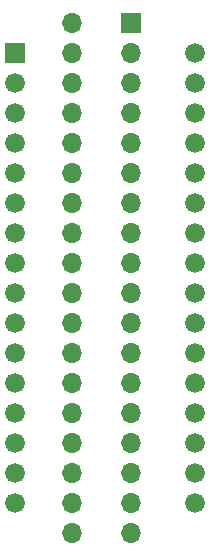
<source format=gbr>
%TF.GenerationSoftware,KiCad,Pcbnew,(6.0.7-1)-1*%
%TF.CreationDate,2023-01-02T14:41:07-08:00*%
%TF.ProjectId,QCard,51436172-642e-46b6-9963-61645f706362,rev?*%
%TF.SameCoordinates,Original*%
%TF.FileFunction,Soldermask,Top*%
%TF.FilePolarity,Negative*%
%FSLAX46Y46*%
G04 Gerber Fmt 4.6, Leading zero omitted, Abs format (unit mm)*
G04 Created by KiCad (PCBNEW (6.0.7-1)-1) date 2023-01-02 14:41:07*
%MOMM*%
%LPD*%
G01*
G04 APERTURE LIST*
%ADD10R,1.700000X1.700000*%
%ADD11O,1.700000X1.700000*%
%ADD12R,1.676400X1.676400*%
%ADD13C,1.676400*%
G04 APERTURE END LIST*
D10*
%TO.C,J1*%
X95750000Y-52925000D03*
D11*
X90750000Y-52925000D03*
X95750000Y-55465000D03*
X90750000Y-55465000D03*
X95750000Y-58005000D03*
X90750000Y-58005000D03*
X95750000Y-60545000D03*
X90750000Y-60545000D03*
X95750000Y-63085000D03*
X90750000Y-63085000D03*
X95750000Y-65625000D03*
X90750000Y-65625000D03*
X95750000Y-68165000D03*
X90750000Y-68165000D03*
X95750000Y-70705000D03*
X90750000Y-70705000D03*
X95750000Y-73245000D03*
X90750000Y-73245000D03*
X95750000Y-75785000D03*
X90750000Y-75785000D03*
X95750000Y-78325000D03*
X90750000Y-78325000D03*
X95750000Y-80865000D03*
X90750000Y-80865000D03*
X95750000Y-83405000D03*
X90750000Y-83405000D03*
X95750000Y-85945000D03*
X90750000Y-85945000D03*
X95750000Y-88485000D03*
X90750000Y-88485000D03*
X95750000Y-91025000D03*
X90750000Y-91025000D03*
X95750000Y-93565000D03*
X90750000Y-93565000D03*
X95750000Y-96105000D03*
X90750000Y-96105000D03*
%TD*%
D12*
%TO.C,U1*%
X85880000Y-55450000D03*
D13*
X85880000Y-57990000D03*
X85880000Y-60530000D03*
X85880000Y-63070000D03*
X85880000Y-65610000D03*
X85880000Y-68150000D03*
X85880000Y-70690000D03*
X85880000Y-73230000D03*
X85880000Y-75770000D03*
X85880000Y-78310000D03*
X85880000Y-80850000D03*
X85880000Y-83390000D03*
X85880000Y-85930000D03*
X85880000Y-88470000D03*
X85880000Y-91010000D03*
X85880000Y-93550000D03*
X101120000Y-93550000D03*
X101120000Y-91010000D03*
X101120000Y-88470000D03*
X101120000Y-85930000D03*
X101120000Y-83390000D03*
X101120000Y-80850000D03*
X101120000Y-78310000D03*
X101120000Y-75770000D03*
X101120000Y-73230000D03*
X101120000Y-70690000D03*
X101120000Y-68150000D03*
X101120000Y-65610000D03*
X101120000Y-63070000D03*
X101120000Y-60530000D03*
X101120000Y-57990000D03*
X101120000Y-55450000D03*
%TD*%
M02*

</source>
